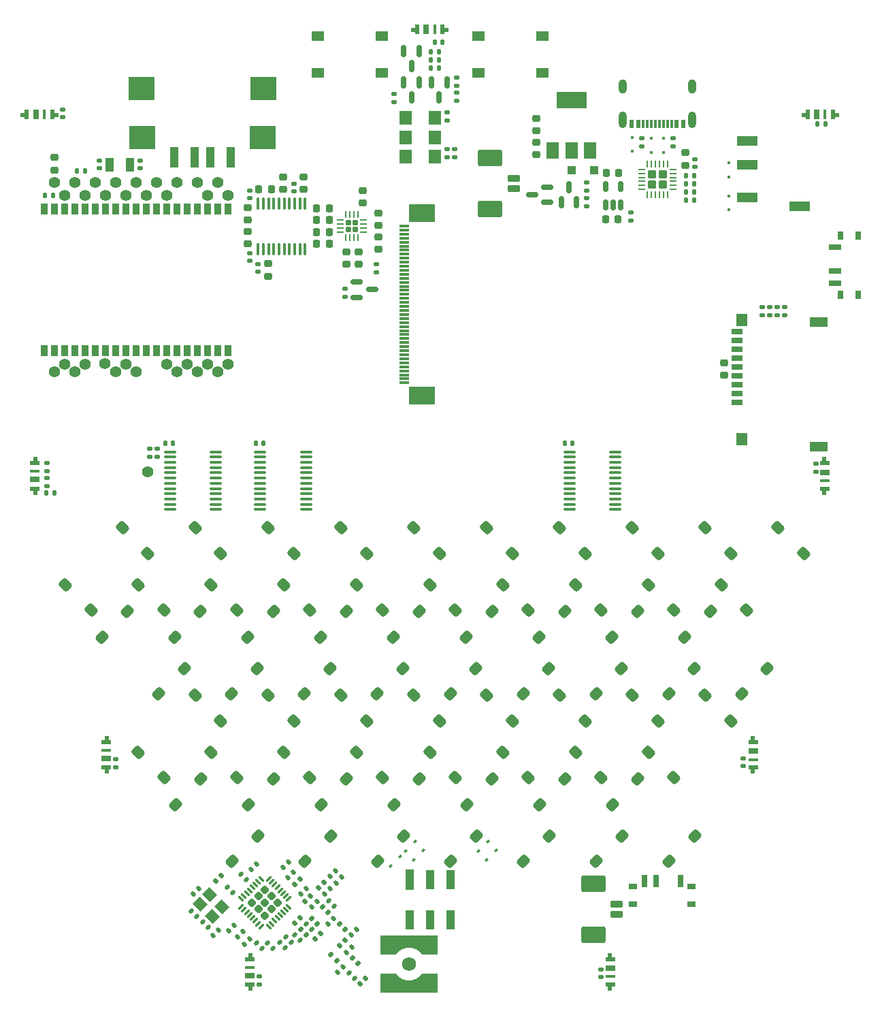
<source format=gbr>
G04 #@! TF.GenerationSoftware,KiCad,Pcbnew,7.99.0-1.20230226git51d46c0.fc37*
G04 #@! TF.CreationDate,2023-03-29T22:07:46+01:00*
G04 #@! TF.ProjectId,tr23-badge-r1,74723233-2d62-4616-9467-652d72312e6b,rev?*
G04 #@! TF.SameCoordinates,Original*
G04 #@! TF.FileFunction,Paste,Bot*
G04 #@! TF.FilePolarity,Positive*
%FSLAX46Y46*%
G04 Gerber Fmt 4.6, Leading zero omitted, Abs format (unit mm)*
G04 Created by KiCad (PCBNEW 7.99.0-1.20230226git51d46c0.fc37) date 2023-03-29 22:07:46*
%MOMM*%
%LPD*%
G01*
G04 APERTURE LIST*
G04 Aperture macros list*
%AMRoundRect*
0 Rectangle with rounded corners*
0 $1 Rounding radius*
0 $2 $3 $4 $5 $6 $7 $8 $9 X,Y pos of 4 corners*
0 Add a 4 corners polygon primitive as box body*
4,1,4,$2,$3,$4,$5,$6,$7,$8,$9,$2,$3,0*
0 Add four circle primitives for the rounded corners*
1,1,$1+$1,$2,$3*
1,1,$1+$1,$4,$5*
1,1,$1+$1,$6,$7*
1,1,$1+$1,$8,$9*
0 Add four rect primitives between the rounded corners*
20,1,$1+$1,$2,$3,$4,$5,0*
20,1,$1+$1,$4,$5,$6,$7,0*
20,1,$1+$1,$6,$7,$8,$9,0*
20,1,$1+$1,$8,$9,$2,$3,0*%
%AMRotRect*
0 Rectangle, with rotation*
0 The origin of the aperture is its center*
0 $1 length*
0 $2 width*
0 $3 Rotation angle, in degrees counterclockwise*
0 Add horizontal line*
21,1,$1,$2,0,0,$3*%
%AMFreePoly0*
4,1,9,0.275000,-0.600000,-0.275000,-0.600000,-0.275000,-0.350000,-0.725000,-0.350000,-0.725000,0.200000,-0.275000,0.200000,-0.275000,0.600000,0.275000,0.600000,0.275000,-0.600000,0.275000,-0.600000,$1*%
%AMFreePoly1*
4,1,9,0.275000,0.200000,0.725000,0.200000,0.725000,-0.350000,0.275000,-0.350000,0.275000,-0.600000,-0.275000,-0.600000,-0.275000,0.600000,0.275000,0.600000,0.275000,0.200000,0.275000,0.200000,$1*%
%AMFreePoly2*
4,1,25,3.555000,-1.595000,1.645000,-1.595000,1.500000,-1.420000,1.360000,-1.280000,1.205000,-1.155000,1.035000,-1.045000,0.860000,-0.950000,0.675000,-0.875000,0.480000,-0.820000,0.280000,-0.780000,0.085000,-0.765000,-0.085000,-0.765000,-0.280000,-0.780000,-0.480000,-0.820000,-0.675000,-0.875000,-0.860000,-0.950000,-1.035000,-1.045000,-1.205000,-1.155000,-1.360000,-1.280000,-1.500000,-1.420000,
-1.645000,-1.595000,-3.555000,-1.595000,-3.555000,0.755000,3.555000,0.755000,3.555000,-1.595000,3.555000,-1.595000,$1*%
G04 Aperture macros list end*
%ADD10C,1.400000*%
%ADD11RoundRect,0.225000X-0.250000X0.225000X-0.250000X-0.225000X0.250000X-0.225000X0.250000X0.225000X0*%
%ADD12R,1.500000X1.800000*%
%ADD13RoundRect,0.150000X-0.150000X0.587500X-0.150000X-0.587500X0.150000X-0.587500X0.150000X0.587500X0*%
%ADD14RoundRect,0.135000X-0.135000X-0.185000X0.135000X-0.185000X0.135000X0.185000X-0.135000X0.185000X0*%
%ADD15RoundRect,0.135000X0.135000X0.185000X-0.135000X0.185000X-0.135000X-0.185000X0.135000X-0.185000X0*%
%ADD16RoundRect,0.135000X-0.185000X0.135000X-0.185000X-0.135000X0.185000X-0.135000X0.185000X0.135000X0*%
%ADD17RoundRect,0.135000X0.185000X-0.135000X0.185000X0.135000X-0.185000X0.135000X-0.185000X-0.135000X0*%
%ADD18RoundRect,0.150000X0.150000X-0.587500X0.150000X0.587500X-0.150000X0.587500X-0.150000X-0.587500X0*%
%ADD19RoundRect,0.225000X0.250000X-0.225000X0.250000X0.225000X-0.250000X0.225000X-0.250000X-0.225000X0*%
%ADD20RoundRect,0.225000X-0.225000X-0.250000X0.225000X-0.250000X0.225000X0.250000X-0.225000X0.250000X0*%
%ADD21RoundRect,0.150000X0.150000X-0.512500X0.150000X0.512500X-0.150000X0.512500X-0.150000X-0.512500X0*%
%ADD22RoundRect,0.140000X-0.170000X0.140000X-0.170000X-0.140000X0.170000X-0.140000X0.170000X0.140000X0*%
%ADD23R,0.620000X1.100000*%
%ADD24R,0.300000X1.100000*%
%ADD25O,1.000000X2.100000*%
%ADD26O,1.000000X1.800000*%
%ADD27R,1.000000X1.800000*%
%ADD28RoundRect,0.140000X0.170000X-0.140000X0.170000X0.140000X-0.170000X0.140000X-0.170000X-0.140000X0*%
%ADD29R,1.550000X1.300000*%
%ADD30FreePoly0,270.000000*%
%ADD31R,1.200000X0.700000*%
%ADD32R,1.200000X0.450000*%
%ADD33FreePoly1,270.000000*%
%ADD34FreePoly0,0.000000*%
%ADD35R,0.700000X1.200000*%
%ADD36R,0.450000X1.200000*%
%ADD37FreePoly1,0.000000*%
%ADD38FreePoly0,90.000000*%
%ADD39FreePoly1,90.000000*%
%ADD40R,0.800000X1.000000*%
%ADD41R,1.500000X0.700000*%
%ADD42RoundRect,0.140000X0.140000X0.170000X-0.140000X0.170000X-0.140000X-0.170000X0.140000X-0.170000X0*%
%ADD43R,0.350000X0.400000*%
%ADD44R,0.930000X1.450000*%
%ADD45RoundRect,0.200000X0.600000X-0.200000X0.600000X0.200000X-0.600000X0.200000X-0.600000X-0.200000X0*%
%ADD46RoundRect,0.250001X1.249999X-0.799999X1.249999X0.799999X-1.249999X0.799999X-1.249999X-0.799999X0*%
%ADD47RoundRect,0.140000X0.021213X-0.219203X0.219203X-0.021213X-0.021213X0.219203X-0.219203X0.021213X0*%
%ADD48RoundRect,0.140000X-0.219203X-0.021213X-0.021213X-0.219203X0.219203X0.021213X0.021213X0.219203X0*%
%ADD49RoundRect,0.135000X-0.035355X0.226274X-0.226274X0.035355X0.035355X-0.226274X0.226274X-0.035355X0*%
%ADD50RoundRect,0.140000X0.219203X0.021213X0.021213X0.219203X-0.219203X-0.021213X-0.021213X-0.219203X0*%
%ADD51FreePoly2,180.000000*%
%ADD52FreePoly2,0.000000*%
%ADD53C,1.730000*%
%ADD54RoundRect,0.140000X-0.021213X0.219203X-0.219203X0.021213X0.021213X-0.219203X0.219203X-0.021213X0*%
%ADD55RoundRect,0.147500X-0.017678X0.226274X-0.226274X0.017678X0.017678X-0.226274X0.226274X-0.017678X0*%
%ADD56RoundRect,0.147500X-0.226274X-0.017678X-0.017678X-0.226274X0.226274X0.017678X0.017678X0.226274X0*%
%ADD57RoundRect,0.147500X0.017678X-0.226274X0.226274X-0.017678X-0.017678X0.226274X-0.226274X0.017678X0*%
%ADD58RotRect,1.400000X1.200000X135.000000*%
%ADD59RoundRect,0.135000X0.226274X0.035355X0.035355X0.226274X-0.226274X-0.035355X-0.035355X-0.226274X0*%
%ADD60RoundRect,0.232500X-0.328805X0.000000X0.000000X-0.328805X0.328805X0.000000X0.000000X0.328805X0*%
%ADD61RoundRect,0.062500X-0.309359X0.220971X0.220971X-0.309359X0.309359X-0.220971X-0.220971X0.309359X0*%
%ADD62RoundRect,0.062500X-0.309359X-0.220971X-0.220971X-0.309359X0.309359X0.220971X0.220971X0.309359X0*%
%ADD63R,3.800000X2.000000*%
%ADD64R,1.500000X2.000000*%
%ADD65RoundRect,0.250000X-0.300000X-0.300000X0.300000X-0.300000X0.300000X0.300000X-0.300000X0.300000X0*%
%ADD66RotRect,0.400000X0.350000X45.000000*%
%ADD67RoundRect,0.100000X-0.100000X0.637500X-0.100000X-0.637500X0.100000X-0.637500X0.100000X0.637500X0*%
%ADD68RoundRect,0.225000X0.225000X0.250000X-0.225000X0.250000X-0.225000X-0.250000X0.225000X-0.250000X0*%
%ADD69RoundRect,0.172500X-0.172500X-0.172500X0.172500X-0.172500X0.172500X0.172500X-0.172500X0.172500X0*%
%ADD70RoundRect,0.062500X-0.350000X-0.062500X0.350000X-0.062500X0.350000X0.062500X-0.350000X0.062500X0*%
%ADD71RoundRect,0.062500X-0.062500X-0.350000X0.062500X-0.350000X0.062500X0.350000X-0.062500X0.350000X0*%
%ADD72RoundRect,0.135000X0.035355X-0.226274X0.226274X-0.035355X-0.035355X0.226274X-0.226274X0.035355X0*%
%ADD73R,1.400000X0.700000*%
%ADD74R,2.200000X1.200000*%
%ADD75R,1.400000X1.600000*%
%ADD76RoundRect,0.140000X-0.140000X-0.170000X0.140000X-0.170000X0.140000X0.170000X-0.140000X0.170000X0*%
%ADD77RoundRect,0.100000X0.637500X0.100000X-0.637500X0.100000X-0.637500X-0.100000X0.637500X-0.100000X0*%
%ADD78RoundRect,0.135000X0.134997X0.185002X-0.135003X0.184998X-0.134997X-0.185002X0.135003X-0.184998X0*%
%ADD79RoundRect,0.250000X-0.275000X0.275000X-0.275000X-0.275000X0.275000X-0.275000X0.275000X0.275000X0*%
%ADD80RoundRect,0.062500X-0.062500X0.350000X-0.062500X-0.350000X0.062500X-0.350000X0.062500X0.350000X0*%
%ADD81RoundRect,0.062500X-0.350000X0.062500X-0.350000X-0.062500X0.350000X-0.062500X0.350000X0.062500X0*%
%ADD82RoundRect,0.150000X0.587500X0.150000X-0.587500X0.150000X-0.587500X-0.150000X0.587500X-0.150000X0*%
%ADD83R,3.250000X3.000000*%
%ADD84R,1.000000X2.500000*%
%ADD85R,2.500000X1.200000*%
%ADD86RoundRect,0.300000X0.106066X-0.530330X0.530330X-0.106066X-0.106066X0.530330X-0.530330X0.106066X0*%
%ADD87R,1.000000X2.450000*%
%ADD88RoundRect,0.300000X0.530330X0.106066X0.106066X0.530330X-0.530330X-0.106066X-0.106066X-0.530330X0*%
%ADD89RoundRect,0.150000X-0.587500X-0.150000X0.587500X-0.150000X0.587500X0.150000X-0.587500X0.150000X0*%
%ADD90R,1.200000X0.300000*%
%ADD91R,3.300000X2.200000*%
%ADD92R,1.000000X0.800000*%
%ADD93R,0.700000X1.500000*%
G04 APERTURE END LIST*
D10*
G04 #@! TO.C,TP7*
X-28935000Y118465000D03*
G04 #@! TD*
D11*
G04 #@! TO.C,C9*
X13250000Y124925000D03*
X13250000Y126475000D03*
G04 #@! TD*
D12*
G04 #@! TO.C,D1*
X599999Y121699999D03*
X-2999999Y121699999D03*
G04 #@! TD*
D13*
G04 #@! TO.C,Q1*
X1150000Y129062500D03*
X2100000Y130937500D03*
X200000Y130937500D03*
G04 #@! TD*
G04 #@! TO.C,Q2*
X-2300000Y129062500D03*
X-1350000Y130937500D03*
X-3250000Y130937500D03*
G04 #@! TD*
D14*
G04 #@! TO.C,R3*
X1110000Y134700000D03*
X90000Y134700000D03*
G04 #@! TD*
D15*
G04 #@! TO.C,R1*
X90000Y132700000D03*
X1110000Y132700000D03*
G04 #@! TD*
D14*
G04 #@! TO.C,R2*
X1110000Y133700000D03*
X90000Y133700000D03*
G04 #@! TD*
D16*
G04 #@! TO.C,R4*
X-33950000Y84390000D03*
X-33950000Y85410000D03*
G04 #@! TD*
D12*
G04 #@! TO.C,D4*
X599999Y126499999D03*
X-2999999Y126499999D03*
G04 #@! TD*
D10*
G04 #@! TO.C,TP16*
X-44175000Y94935000D03*
G04 #@! TD*
G04 #@! TO.C,TP17*
X-42905000Y95905000D03*
G04 #@! TD*
G04 #@! TO.C,TP1*
X-45445000Y116895000D03*
G04 #@! TD*
G04 #@! TO.C,TP2*
X-31475000Y94935000D03*
G04 #@! TD*
G04 #@! TO.C,TP3*
X-30205000Y95905000D03*
G04 #@! TD*
G04 #@! TO.C,TP4*
X-32745000Y95905000D03*
G04 #@! TD*
G04 #@! TO.C,TP5*
X-36555000Y94935000D03*
G04 #@! TD*
G04 #@! TO.C,TP6*
X-31475000Y118465000D03*
G04 #@! TD*
G04 #@! TO.C,TP8*
X-32745000Y116895000D03*
G04 #@! TD*
G04 #@! TO.C,TP9*
X-28935000Y94935000D03*
G04 #@! TD*
G04 #@! TO.C,TP10*
X-37825000Y95905000D03*
G04 #@! TD*
G04 #@! TO.C,TP11*
X-39095000Y94935000D03*
G04 #@! TD*
G04 #@! TO.C,TP12*
X-40435000Y95935000D03*
G04 #@! TD*
G04 #@! TO.C,TP13*
X-45445000Y95905000D03*
G04 #@! TD*
G04 #@! TO.C,TP14*
X-46715000Y94935000D03*
G04 #@! TD*
G04 #@! TO.C,TP15*
X-36555000Y118465000D03*
G04 #@! TD*
G04 #@! TO.C,TP18*
X-26395000Y94935000D03*
G04 #@! TD*
G04 #@! TO.C,TP19*
X-27665000Y95905000D03*
G04 #@! TD*
G04 #@! TO.C,TP20*
X-27665000Y116895000D03*
G04 #@! TD*
G04 #@! TO.C,TP21*
X-26395000Y118465000D03*
G04 #@! TD*
G04 #@! TO.C,TP22*
X-25125000Y116895000D03*
G04 #@! TD*
G04 #@! TO.C,TP23*
X-25125000Y95905000D03*
G04 #@! TD*
G04 #@! TO.C,TP24*
X-42905000Y116895000D03*
G04 #@! TD*
G04 #@! TO.C,TP25*
X-44175000Y118465000D03*
G04 #@! TD*
G04 #@! TO.C,TP26*
X-40365000Y116895000D03*
G04 #@! TD*
G04 #@! TO.C,TP27*
X-41635000Y118465000D03*
G04 #@! TD*
G04 #@! TO.C,TP28*
X-37825000Y116895000D03*
G04 #@! TD*
G04 #@! TO.C,TP29*
X-39095000Y118465000D03*
G04 #@! TD*
G04 #@! TO.C,TP30*
X-34015000Y118465000D03*
G04 #@! TD*
G04 #@! TO.C,TP31*
X-35285000Y116895000D03*
G04 #@! TD*
G04 #@! TO.C,TP32*
X-46715000Y118465000D03*
G04 #@! TD*
D12*
G04 #@! TO.C,D2*
X599999Y124099999D03*
X-2999999Y124099999D03*
G04 #@! TD*
D17*
G04 #@! TO.C,R6*
X-4500000Y129510000D03*
X-4500000Y128490000D03*
G04 #@! TD*
D18*
G04 #@! TO.C,Q5*
X17310000Y117897500D03*
X16360000Y116022500D03*
X18260000Y116022500D03*
G04 #@! TD*
D19*
G04 #@! TO.C,C8*
X13250000Y123475000D03*
X13250000Y121925000D03*
G04 #@! TD*
D16*
G04 #@! TO.C,R10*
X3050000Y121590000D03*
X3050000Y122610000D03*
G04 #@! TD*
G04 #@! TO.C,R8*
X25000000Y113740000D03*
X25000000Y114760000D03*
G04 #@! TD*
D20*
G04 #@! TO.C,C7*
X23385000Y113910000D03*
X21835000Y113910000D03*
G04 #@! TD*
G04 #@! TO.C,C6*
X23485000Y119710000D03*
X21935000Y119710000D03*
G04 #@! TD*
D21*
G04 #@! TO.C,U1*
X23760000Y117947500D03*
X21860000Y117947500D03*
X21860000Y115672500D03*
X22810000Y115672500D03*
X23760000Y115672500D03*
G04 #@! TD*
D16*
G04 #@! TO.C,R13*
X2100000Y126190000D03*
X2100000Y127210000D03*
G04 #@! TD*
D17*
G04 #@! TO.C,R12*
X19510000Y118470000D03*
X19510000Y117450000D03*
G04 #@! TD*
D16*
G04 #@! TO.C,R9*
X2100000Y121590000D03*
X2100000Y122610000D03*
G04 #@! TD*
G04 #@! TO.C,R11*
X19510000Y115550000D03*
X19510000Y116570000D03*
G04 #@! TD*
G04 #@! TO.C,R5*
X-34900000Y84390000D03*
X-34900000Y85410000D03*
G04 #@! TD*
D22*
G04 #@! TO.C,C5*
X3350000Y128670000D03*
X3350000Y129630000D03*
G04 #@! TD*
D23*
G04 #@! TO.C,J2*
X25099999Y125749999D03*
X25899999Y125749999D03*
D24*
X27049999Y125749999D03*
X28049999Y125749999D03*
X28549999Y125749999D03*
X26549999Y125749999D03*
D23*
X31499999Y125749999D03*
X30699999Y125749999D03*
D24*
X30049999Y125749999D03*
X29049999Y125749998D03*
X27549999Y125749999D03*
X29549999Y125749999D03*
D25*
X23979999Y126299999D03*
D26*
X23979999Y130449999D03*
D25*
X32619999Y126299999D03*
D26*
X32619999Y130449999D03*
G04 #@! TD*
D14*
G04 #@! TO.C,R17*
X32910000Y118300000D03*
X31890000Y118300000D03*
G04 #@! TD*
D15*
G04 #@! TO.C,R16*
X31890000Y119300000D03*
X32910000Y119300000D03*
G04 #@! TD*
D27*
G04 #@! TO.C,Y1*
X-37349999Y120699999D03*
X-39849999Y120699999D03*
G04 #@! TD*
D28*
G04 #@! TO.C,C31*
X-47650000Y83580000D03*
X-47650000Y82620000D03*
G04 #@! TD*
D22*
G04 #@! TO.C,C32*
X-39100000Y45770000D03*
X-39100000Y46730000D03*
G04 #@! TD*
G04 #@! TO.C,C33*
X-21200000Y18770000D03*
X-21200000Y19730000D03*
G04 #@! TD*
D28*
G04 #@! TO.C,C36*
X48000000Y83480000D03*
X48000000Y82520000D03*
G04 #@! TD*
D16*
G04 #@! TO.C,R21*
X-47650000Y80740000D03*
X-47650000Y81760000D03*
G04 #@! TD*
D22*
G04 #@! TO.C,C34*
X21250000Y19670000D03*
X21250000Y20630000D03*
G04 #@! TD*
D29*
G04 #@! TO.C,S1*
X-6019999Y136649999D03*
X-13979999Y136649999D03*
X-13979999Y132149999D03*
X-6019999Y132149999D03*
G04 #@! TD*
D22*
G04 #@! TO.C,C35*
X38950000Y45890000D03*
X38950000Y46850000D03*
G04 #@! TD*
D30*
G04 #@! TO.C,LED6*
X49150000Y83575000D03*
D31*
X49149999Y82449999D03*
D32*
X49149999Y81424999D03*
D33*
X49150000Y80425000D03*
G04 #@! TD*
D34*
G04 #@! TO.C,LED8*
X-1575000Y137550000D03*
D35*
X-449999Y137549999D03*
D36*
X574999Y137549999D03*
D37*
X1575000Y137550000D03*
G04 #@! TD*
D38*
G04 #@! TO.C,LED1*
X-49150000Y80425000D03*
D31*
X-49149999Y81549999D03*
D32*
X-49149999Y82574999D03*
D39*
X-49150000Y83575000D03*
G04 #@! TD*
D38*
G04 #@! TO.C,LED3*
X-22450000Y18725000D03*
D31*
X-22449999Y19849999D03*
D32*
X-22449999Y20874999D03*
D39*
X-22450000Y21875000D03*
G04 #@! TD*
D30*
G04 #@! TO.C,LED4*
X22450000Y21875000D03*
D31*
X22449999Y20749999D03*
D32*
X22449999Y19724999D03*
D33*
X22450000Y18725000D03*
G04 #@! TD*
D34*
G04 #@! TO.C,LED7*
X47000000Y126950000D03*
D35*
X48124999Y126949999D03*
D36*
X49149999Y126949999D03*
D37*
X50150000Y126950000D03*
G04 #@! TD*
D40*
G04 #@! TO.C,S3*
X51039999Y104549999D03*
X53249999Y111849999D03*
X53249999Y104549999D03*
X51039999Y111849999D03*
D41*
X50389999Y110449999D03*
X50389999Y107449999D03*
X50389999Y105949999D03*
G04 #@! TD*
D42*
G04 #@! TO.C,C3*
X-47880000Y116900000D03*
X-46920000Y116900000D03*
G04 #@! TD*
D43*
G04 #@! TO.C,D8*
X37199999Y119199999D03*
X37199999Y120899999D03*
G04 #@! TD*
G04 #@! TO.C,D9*
X37199999Y115099999D03*
X37199999Y116799999D03*
G04 #@! TD*
D22*
G04 #@! TO.C,C1*
X-41140000Y120220000D03*
X-41140000Y121180000D03*
G04 #@! TD*
D44*
G04 #@! TO.C,A1*
X-47984999Y97589999D03*
X-46714999Y97589999D03*
X-45444999Y97589999D03*
X-44174999Y97589999D03*
X-42904999Y97589999D03*
X-41634999Y97589999D03*
X-40364999Y97589999D03*
X-39094999Y97589999D03*
X-37824999Y97589999D03*
X-36554999Y97589999D03*
X-35284999Y97589999D03*
X-34014999Y97589999D03*
X-32744999Y97589999D03*
X-31474999Y97589999D03*
X-30204999Y97589999D03*
X-28934999Y97589999D03*
X-27664999Y97589999D03*
X-26394999Y97589999D03*
X-25124999Y97589999D03*
X-25124999Y115209999D03*
X-26394999Y115209999D03*
X-27664999Y115209999D03*
X-28934999Y115209999D03*
X-30204999Y115209999D03*
X-31474999Y115209999D03*
X-32744999Y115209999D03*
X-34014999Y115209999D03*
X-35284999Y115209999D03*
X-36554999Y115209999D03*
X-37824999Y115209999D03*
X-39094999Y115209999D03*
X-40364999Y115209999D03*
X-41634999Y115209999D03*
X-42904999Y115209999D03*
X-44174999Y115209999D03*
X-45444999Y115209999D03*
X-46714999Y115209999D03*
X-47984999Y115209999D03*
G04 #@! TD*
D28*
G04 #@! TO.C,C2*
X-36060000Y121180000D03*
X-36060000Y120220000D03*
G04 #@! TD*
D45*
G04 #@! TO.C,J1*
X10400000Y117750000D03*
X10400000Y119000000D03*
D46*
X7500000Y115200000D03*
X7500000Y121550000D03*
G04 #@! TD*
D47*
G04 #@! TO.C,C43*
X-28731999Y30707857D03*
X-29410821Y30029035D03*
G04 #@! TD*
D48*
G04 #@! TO.C,C41*
X-28987557Y27242558D03*
X-29666379Y27921380D03*
G04 #@! TD*
D47*
G04 #@! TO.C,C62*
X-17011087Y32712631D03*
X-17689909Y32033809D03*
G04 #@! TD*
D49*
G04 #@! TO.C,R29*
X-13887230Y30753663D03*
X-13165982Y31474911D03*
G04 #@! TD*
D47*
G04 #@! TO.C,C65*
X-21592715Y33752644D03*
X-22271537Y33073822D03*
G04 #@! TD*
D50*
G04 #@! TO.C,C66*
X-23555713Y32504388D03*
X-22876891Y31825566D03*
G04 #@! TD*
D51*
G04 #@! TO.C,J8*
X-2582328Y18463378D03*
D52*
X-2582328Y24063378D03*
D53*
X-2582328Y21263378D03*
G04 #@! TD*
D47*
G04 #@! TO.C,C68*
X-17596501Y33959189D03*
X-18275323Y33280367D03*
G04 #@! TD*
D54*
G04 #@! TO.C,C50*
X-14710161Y28386128D03*
X-14031339Y29064950D03*
G04 #@! TD*
G04 #@! TO.C,C60*
X-23061799Y23734355D03*
X-22382977Y24413177D03*
G04 #@! TD*
G04 #@! TO.C,C53*
X-25001535Y25458564D03*
X-24322713Y26137386D03*
G04 #@! TD*
G04 #@! TO.C,C67*
X-11522170Y20258996D03*
X-10843348Y20937818D03*
G04 #@! TD*
D50*
G04 #@! TO.C,C42*
X-28274900Y26512860D03*
X-27596078Y25834038D03*
G04 #@! TD*
D47*
G04 #@! TO.C,C59*
X-15369397Y30726297D03*
X-16048219Y30047475D03*
G04 #@! TD*
G04 #@! TO.C,C46*
X-11786275Y32854618D03*
X-12465097Y32175796D03*
G04 #@! TD*
D54*
G04 #@! TO.C,C61*
X-10354737Y22701626D03*
X-9675915Y23380448D03*
G04 #@! TD*
D55*
G04 #@! TO.C,L8*
X-11211397Y23533254D03*
X-10525503Y24219148D03*
G04 #@! TD*
G04 #@! TO.C,L1*
X-15592947Y29057053D03*
X-14907053Y29742947D03*
G04 #@! TD*
D56*
G04 #@! TO.C,L2*
X-15401782Y24889272D03*
X-16087676Y25575166D03*
G04 #@! TD*
D54*
G04 #@! TO.C,C58*
X-9842862Y24901788D03*
X-9164040Y25580610D03*
G04 #@! TD*
D47*
G04 #@! TO.C,C55*
X-11983841Y26981530D03*
X-12662663Y26302708D03*
G04 #@! TD*
D48*
G04 #@! TO.C,C56*
X-20860589Y23260589D03*
X-21539411Y23939411D03*
G04 #@! TD*
D57*
G04 #@! TO.C,L3*
X-16174084Y27012007D03*
X-16859978Y26326113D03*
G04 #@! TD*
D56*
G04 #@! TO.C,L5*
X-12680765Y27718053D03*
X-13366659Y28403947D03*
G04 #@! TD*
D47*
G04 #@! TO.C,C45*
X-11013973Y32082316D03*
X-11692795Y31403494D03*
G04 #@! TD*
D48*
G04 #@! TO.C,C69*
X-9370586Y19468733D03*
X-10049408Y20147555D03*
G04 #@! TD*
D49*
G04 #@! TO.C,R27*
X-16868675Y31166755D03*
X-16147427Y31888003D03*
G04 #@! TD*
D58*
G04 #@! TO.C,Y2*
X-25859841Y28391985D03*
X-27415476Y29947620D03*
X-28617557Y28745539D03*
X-27061922Y27189904D03*
G04 #@! TD*
D48*
G04 #@! TO.C,C44*
X-19545216Y23267382D03*
X-20224038Y23946204D03*
G04 #@! TD*
D55*
G04 #@! TO.C,L9*
X-8723866Y18800659D03*
X-8037972Y19486553D03*
G04 #@! TD*
D59*
G04 #@! TO.C,R30*
X-9640773Y22078162D03*
X-8919525Y21356914D03*
G04 #@! TD*
D50*
G04 #@! TO.C,C64*
X-25208081Y30852021D03*
X-24529259Y30173199D03*
G04 #@! TD*
D59*
G04 #@! TO.C,R31*
X-12335343Y22433490D03*
X-11614095Y21712242D03*
G04 #@! TD*
D60*
G04 #@! TO.C,U9*
X-21344379Y29736277D03*
X-19718033Y29736277D03*
X-20531206Y28923104D03*
X-19718033Y28109931D03*
X-20531206Y30549450D03*
X-18904860Y28923104D03*
X-22157552Y28923104D03*
X-21344379Y28109931D03*
X-20531206Y27296758D03*
D61*
X-23492216Y29409240D03*
X-23138662Y29762793D03*
X-22785109Y30116347D03*
X-22431555Y30469900D03*
X-22078002Y30823453D03*
X-21724449Y31177007D03*
X-21370895Y31530560D03*
X-21017342Y31884114D03*
D62*
X-20045070Y31884114D03*
X-19691517Y31530560D03*
X-19337963Y31177007D03*
X-18984410Y30823453D03*
X-18630857Y30469900D03*
X-18277303Y30116347D03*
X-17923750Y29762793D03*
X-17570196Y29409240D03*
D61*
X-17570196Y28436968D03*
X-17923750Y28083415D03*
X-18277303Y27729861D03*
X-18630857Y27376308D03*
X-18984410Y27022755D03*
X-19337963Y26669201D03*
X-19691517Y26315648D03*
X-20045070Y25962094D03*
D62*
X-21017342Y25962094D03*
X-21370895Y26315648D03*
X-21724449Y26669201D03*
X-22078002Y27022755D03*
X-22431555Y27376308D03*
X-22785109Y27729861D03*
X-23138662Y28083415D03*
X-23492216Y28436968D03*
G04 #@! TD*
D48*
G04 #@! TO.C,C49*
X-16110589Y24210589D03*
X-16789411Y24889411D03*
G04 #@! TD*
D56*
G04 #@! TO.C,L6*
X-10570405Y25625653D03*
X-11256299Y26311547D03*
G04 #@! TD*
D50*
G04 #@! TO.C,C52*
X-12626742Y29136792D03*
X-11947920Y28457970D03*
G04 #@! TD*
D54*
G04 #@! TO.C,C57*
X-26964559Y24860539D03*
X-26285737Y25539361D03*
G04 #@! TD*
D57*
G04 #@! TO.C,L4*
X-13614711Y25135134D03*
X-14300605Y24449240D03*
G04 #@! TD*
D48*
G04 #@! TO.C,C51*
X-17982652Y23321263D03*
X-18661474Y24000085D03*
G04 #@! TD*
D54*
G04 #@! TO.C,C47*
X-13093715Y30002574D03*
X-12414893Y30681396D03*
G04 #@! TD*
G04 #@! TO.C,C48*
X-23959825Y24704223D03*
X-23281003Y25383045D03*
G04 #@! TD*
D48*
G04 #@! TO.C,C63*
X-17283889Y24023420D03*
X-17962711Y24702242D03*
G04 #@! TD*
G04 #@! TO.C,C54*
X-14731799Y25566327D03*
X-15410621Y26245149D03*
G04 #@! TD*
D16*
G04 #@! TO.C,R23*
X42250000Y102000000D03*
X42250000Y103020000D03*
G04 #@! TD*
G04 #@! TO.C,R24*
X41300000Y101990000D03*
X41300000Y103010000D03*
G04 #@! TD*
G04 #@! TO.C,R22*
X43200000Y101990000D03*
X43200000Y103010000D03*
G04 #@! TD*
D19*
G04 #@! TO.C,C37*
X36600000Y96075000D03*
X36600000Y94525000D03*
G04 #@! TD*
D56*
G04 #@! TO.C,L7*
X-14057053Y26257053D03*
X-14742947Y26942947D03*
G04 #@! TD*
D16*
G04 #@! TO.C,R25*
X44150000Y101990000D03*
X44150000Y103010000D03*
G04 #@! TD*
D63*
G04 #@! TO.C,U2*
X17599999Y128749999D03*
D64*
X15299999Y122449999D03*
X17599999Y122449999D03*
X19899999Y122449999D03*
G04 #@! TD*
D29*
G04 #@! TO.C,S2*
X6019999Y132149999D03*
X13979999Y132149999D03*
X13979999Y136649999D03*
X6019999Y136649999D03*
G04 #@! TD*
D16*
G04 #@! TO.C,R7*
X3350000Y130490000D03*
X3350000Y131510000D03*
G04 #@! TD*
D13*
G04 #@! TO.C,Q3*
X-2300000Y132962500D03*
X-1350000Y134837500D03*
X-3250000Y134837500D03*
G04 #@! TD*
D65*
G04 #@! TO.C,D3*
X20400000Y120050000D03*
X17600000Y120050000D03*
G04 #@! TD*
D66*
G04 #@! TO.C,D13*
X-798958Y35451040D03*
X-2001040Y34248958D03*
G04 #@! TD*
G04 #@! TO.C,D14*
X-3699999Y34649999D03*
X-4902081Y33447917D03*
G04 #@! TD*
G04 #@! TO.C,D11*
X7201040Y36501040D03*
X5998958Y35298958D03*
G04 #@! TD*
G04 #@! TO.C,D12*
X8251040Y35451040D03*
X7048958Y34248958D03*
G04 #@! TD*
D20*
G04 #@! TO.C,C16*
X-19725000Y117650000D03*
X-21275000Y117650000D03*
G04 #@! TD*
D19*
G04 #@! TO.C,C17*
X-15700000Y119175000D03*
X-15700000Y117625000D03*
G04 #@! TD*
D22*
G04 #@! TO.C,C18*
X-21402200Y107372800D03*
X-21402200Y108332800D03*
G04 #@! TD*
D19*
G04 #@! TO.C,C15*
X-18250000Y119175000D03*
X-18250000Y117625000D03*
G04 #@! TD*
D11*
G04 #@! TO.C,C20*
X-20132200Y106823800D03*
X-20132200Y108373800D03*
G04 #@! TD*
D28*
G04 #@! TO.C,C14*
X-16900000Y118330000D03*
X-16900000Y117370000D03*
G04 #@! TD*
G04 #@! TO.C,C12*
X-22450000Y117480000D03*
X-22450000Y116520000D03*
G04 #@! TD*
D67*
G04 #@! TO.C,U4*
X-21380800Y110171900D03*
X-20730800Y110171900D03*
X-20080800Y110171900D03*
X-19430800Y110171900D03*
X-18780800Y110171900D03*
X-18130800Y110171900D03*
X-17480800Y110171900D03*
X-16830800Y110171900D03*
X-16180800Y110171900D03*
X-15530800Y110171900D03*
X-15530800Y115896900D03*
X-16180800Y115896900D03*
X-16830800Y115896900D03*
X-17480800Y115896900D03*
X-18130800Y115896900D03*
X-18780800Y115896900D03*
X-19430800Y115896900D03*
X-20080800Y115896900D03*
X-20730800Y115896900D03*
X-21380800Y115896900D03*
G04 #@! TD*
D19*
G04 #@! TO.C,C4*
X-46750000Y121575000D03*
X-46750000Y120025000D03*
G04 #@! TD*
D11*
G04 #@! TO.C,C26*
X-8886800Y108287200D03*
X-8886800Y109837200D03*
G04 #@! TD*
G04 #@! TO.C,C27*
X-10360000Y108287200D03*
X-10360000Y109837200D03*
G04 #@! TD*
G04 #@! TO.C,C13*
X-22700000Y113825000D03*
X-22700000Y115375000D03*
G04 #@! TD*
D22*
G04 #@! TO.C,C19*
X-22450000Y108720000D03*
X-22450000Y109680000D03*
G04 #@! TD*
D19*
G04 #@! TO.C,C21*
X-22700000Y112375000D03*
X-22700000Y110825000D03*
G04 #@! TD*
D68*
G04 #@! TO.C,C22*
X-14100000Y112323200D03*
X-12550000Y112323200D03*
G04 #@! TD*
G04 #@! TO.C,C23*
X-14100000Y110850000D03*
X-12550000Y110850000D03*
G04 #@! TD*
G04 #@! TO.C,C24*
X-14100000Y113821800D03*
X-12550000Y113821800D03*
G04 #@! TD*
G04 #@! TO.C,C25*
X-14100000Y115295000D03*
X-12550000Y115295000D03*
G04 #@! TD*
D19*
G04 #@! TO.C,C28*
X-6450000Y114688600D03*
X-6450000Y113138600D03*
G04 #@! TD*
G04 #@! TO.C,C29*
X-6450000Y111725000D03*
X-6450000Y110175000D03*
G04 #@! TD*
D16*
G04 #@! TO.C,R14*
X26350000Y122990000D03*
X26350000Y124010000D03*
G04 #@! TD*
G04 #@! TO.C,R15*
X30250000Y122990000D03*
X30250000Y124010000D03*
G04 #@! TD*
D69*
G04 #@! TO.C,U5*
X-9300000Y113475000D03*
X-9300000Y112625000D03*
X-10150000Y113475000D03*
X-10150000Y112625000D03*
D70*
X-11187500Y112300000D03*
X-11187500Y112800000D03*
X-11187500Y113300000D03*
X-11187500Y113800000D03*
D71*
X-10475000Y114512500D03*
X-9975000Y114512500D03*
X-9475000Y114512500D03*
X-8975000Y114512500D03*
D70*
X-8262500Y113800000D03*
X-8262500Y113300000D03*
X-8262500Y112800000D03*
X-8262500Y112300000D03*
D71*
X-8975000Y111587500D03*
X-9475000Y111587500D03*
X-9975000Y111587500D03*
X-10475000Y111587500D03*
G04 #@! TD*
D10*
G04 #@! TO.C,TP33*
X-35100000Y82500000D03*
G04 #@! TD*
D66*
G04 #@! TO.C,D10*
X-1847917Y36502081D03*
X-3049999Y35299999D03*
G04 #@! TD*
D72*
G04 #@! TO.C,R28*
X-25939376Y32310624D03*
X-26660624Y31589376D03*
G04 #@! TD*
D14*
G04 #@! TO.C,R18*
X32910000Y117300000D03*
X31890000Y117300000D03*
G04 #@! TD*
D73*
G04 #@! TO.C,J7*
X38199999Y93349999D03*
D74*
X48399999Y85649999D03*
X48399999Y101149999D03*
D75*
X38799999Y86549999D03*
X38799999Y101399999D03*
D73*
X38199999Y92249999D03*
X38199999Y91149999D03*
X38199999Y94449999D03*
X38199999Y95549999D03*
X38199999Y96649999D03*
X38199999Y97749999D03*
X38199999Y98849999D03*
X38199999Y99949999D03*
G04 #@! TD*
D76*
G04 #@! TO.C,C38*
X-31970000Y86050000D03*
X-32930000Y86050000D03*
G04 #@! TD*
D77*
G04 #@! TO.C,U6*
X-32362500Y84975000D03*
X-32362500Y84325000D03*
X-32362500Y83675000D03*
X-32362500Y83025000D03*
X-32362500Y82375000D03*
X-32362500Y81725000D03*
X-32362500Y81075000D03*
X-32362500Y80425000D03*
X-32362500Y79775000D03*
X-32362500Y79125000D03*
X-32362500Y78475000D03*
X-32362500Y77825000D03*
X-26637500Y77825000D03*
X-26637500Y78475000D03*
X-26637500Y79125000D03*
X-26637500Y79775000D03*
X-26637500Y80425000D03*
X-26637500Y81075000D03*
X-26637500Y81725000D03*
X-26637500Y82375000D03*
X-26637500Y83025000D03*
X-26637500Y83675000D03*
X-26637500Y84325000D03*
X-26637500Y84975000D03*
G04 #@! TD*
D14*
G04 #@! TO.C,R26*
X-42940000Y119900000D03*
X-43960000Y119900000D03*
G04 #@! TD*
D78*
G04 #@! TO.C,R19*
X31890000Y116299991D03*
X32910000Y116300009D03*
G04 #@! TD*
D43*
G04 #@! TO.C,D6*
X27549999Y122249999D03*
X27549999Y123949999D03*
G04 #@! TD*
G04 #@! TO.C,D7*
X25149999Y122349999D03*
X25149999Y124049999D03*
G04 #@! TD*
G04 #@! TO.C,D5*
X29049999Y122249999D03*
X29049999Y123949999D03*
G04 #@! TD*
D19*
G04 #@! TO.C,C10*
X31750000Y122175000D03*
X31750000Y120625000D03*
G04 #@! TD*
D28*
G04 #@! TO.C,C11*
X32950000Y121380000D03*
X32950000Y120420000D03*
G04 #@! TD*
D79*
G04 #@! TO.C,U3*
X28950000Y119512500D03*
X27650000Y119512500D03*
X27650000Y118212500D03*
X28950000Y118212500D03*
D80*
X27050000Y120800000D03*
X27550000Y120800000D03*
X28050000Y120800000D03*
X28550000Y120800000D03*
X29050000Y120800000D03*
X29550000Y120800000D03*
D81*
X30237500Y120112500D03*
X30237500Y119612500D03*
X30237500Y119112500D03*
X30237500Y118612500D03*
X30237500Y118112500D03*
X30237500Y117612500D03*
D80*
X29550000Y116925000D03*
X29050000Y116925000D03*
X28550000Y116925000D03*
X28050000Y116925000D03*
X27550000Y116925000D03*
X27050000Y116925000D03*
D81*
X26362500Y117612500D03*
X26362500Y118112500D03*
X26362500Y118612500D03*
X26362500Y119112500D03*
X26362500Y119612500D03*
X26362500Y120112500D03*
G04 #@! TD*
D82*
G04 #@! TO.C,Q4*
X12722500Y116960000D03*
X14597500Y116010000D03*
X14597500Y117910000D03*
G04 #@! TD*
D83*
G04 #@! TO.C,J3*
X-20699999Y130149999D03*
X-20799999Y124049999D03*
X-35799999Y124049999D03*
X-35899999Y130149999D03*
D84*
X-24799999Y121649999D03*
X-27299999Y121649999D03*
X-29299999Y121649999D03*
X-31799999Y121649999D03*
G04 #@! TD*
D11*
G04 #@! TO.C,C30*
X-8367200Y115915200D03*
X-8367200Y117465200D03*
G04 #@! TD*
D85*
G04 #@! TO.C,J5*
X39499999Y120649999D03*
X39499999Y123649999D03*
X45999999Y115549999D03*
X39499999Y116649999D03*
G04 #@! TD*
D86*
G04 #@! TO.C,SW5*
X27166476Y68460456D03*
X34237544Y75531524D03*
X37419524Y72349544D03*
X30348456Y65278476D03*
G04 #@! TD*
D45*
G04 #@! TO.C,J9*
X23200000Y27500000D03*
X23200000Y28750000D03*
D46*
X20300000Y24950000D03*
X20300000Y31300000D03*
G04 #@! TD*
D86*
G04 #@! TO.C,SW14*
X-21524Y47630456D03*
X7049544Y54701524D03*
X10231524Y51519544D03*
X3160456Y44448476D03*
G04 #@! TD*
G04 #@! TO.C,SW12*
X9042476Y68460456D03*
X16113544Y75531524D03*
X19295524Y72349544D03*
X12224456Y65278476D03*
G04 #@! TD*
D87*
G04 #@! TO.C,J6*
X2546999Y26781999D03*
X2546999Y31781999D03*
X6999Y26781999D03*
X6999Y31781999D03*
X-2532999Y26781999D03*
D84*
X-2532999Y31781999D03*
G04 #@! TD*
D88*
G04 #@! TO.C,SW16*
X2519544Y54858476D03*
X-4551524Y61929544D03*
X-1369544Y65111524D03*
X5701524Y58040456D03*
G04 #@! TD*
G04 #@! TO.C,SW32*
X11649544Y34038476D03*
X4578476Y41109544D03*
X7760456Y44291524D03*
X14831524Y37220456D03*
G04 #@! TD*
D86*
G04 #@! TO.C,SW1*
X36228476Y68460456D03*
X43299544Y75531524D03*
X46481524Y72349544D03*
X39410456Y65278476D03*
G04 #@! TD*
G04 #@! TO.C,SW28*
X-36269524Y47630456D03*
X-29198456Y54701524D03*
X-26016476Y51519544D03*
X-33087544Y44448476D03*
G04 #@! TD*
D38*
G04 #@! TO.C,LED2*
X-40250000Y45725000D03*
D31*
X-40249999Y46849999D03*
D32*
X-40249999Y47874999D03*
D39*
X-40250000Y48875000D03*
G04 #@! TD*
D76*
G04 #@! TO.C,C40*
X-20720000Y86050000D03*
X-21680000Y86050000D03*
G04 #@! TD*
D88*
G04 #@! TO.C,SW21*
X-15536456Y34038476D03*
X-22607524Y41109544D03*
X-19425544Y44291524D03*
X-12354476Y37220456D03*
G04 #@! TD*
D22*
G04 #@! TO.C,C72*
X-45700000Y126620000D03*
X-45700000Y127580000D03*
G04 #@! TD*
D15*
G04 #@! TO.C,R33*
X-47710000Y79850000D03*
X-46690000Y79850000D03*
G04 #@! TD*
D86*
G04 #@! TO.C,SW26*
X-27205524Y68460456D03*
X-20134456Y75531524D03*
X-16952476Y72349544D03*
X-24023544Y65278476D03*
G04 #@! TD*
D89*
G04 #@! TO.C,Q6*
X-7212500Y105150000D03*
X-9087500Y106100000D03*
X-9087500Y104200000D03*
G04 #@! TD*
D86*
G04 #@! TO.C,SW18*
X-9081524Y68460456D03*
X-2010456Y75531524D03*
X1171524Y72349544D03*
X-5899544Y65278476D03*
G04 #@! TD*
G04 #@! TO.C,SW29*
X-36267524Y68460456D03*
X-29196456Y75531524D03*
X-26014476Y72349544D03*
X-33085544Y65278476D03*
G04 #@! TD*
D88*
G04 #@! TO.C,SW34*
X-6474456Y34038476D03*
X-13545524Y41109544D03*
X-10363544Y44291524D03*
X-3292476Y37220456D03*
G04 #@! TD*
D86*
G04 #@! TO.C,SW31*
X-45329524Y68460456D03*
X-38258456Y75531524D03*
X-35076476Y72349544D03*
X-42147544Y65278476D03*
G04 #@! TD*
D88*
G04 #@! TO.C,SW8*
X20711544Y34038476D03*
X13640476Y41109544D03*
X16822456Y44291524D03*
X23893524Y37220456D03*
G04 #@! TD*
G04 #@! TO.C,SW30*
X-33728456Y54858476D03*
X-40799524Y61929544D03*
X-37617544Y65111524D03*
X-30546476Y58040456D03*
G04 #@! TD*
D86*
G04 #@! TO.C,SW9*
X18104476Y68460456D03*
X25175544Y75531524D03*
X28357524Y72349544D03*
X21286456Y65278476D03*
G04 #@! TD*
G04 #@! TO.C,SW20*
X-18145524Y47630456D03*
X-11074456Y54701524D03*
X-7892476Y51519544D03*
X-14963544Y44448476D03*
G04 #@! TD*
G04 #@! TO.C,SW7*
X18102476Y47630456D03*
X25173544Y54701524D03*
X28355524Y51519544D03*
X21284456Y44448476D03*
G04 #@! TD*
D88*
G04 #@! TO.C,SW10*
X20643544Y54858476D03*
X13572476Y61929544D03*
X16754456Y65111524D03*
X23825524Y58040456D03*
G04 #@! TD*
D76*
G04 #@! TO.C,C39*
X17730000Y86050000D03*
X16770000Y86050000D03*
G04 #@! TD*
D88*
G04 #@! TO.C,SW27*
X-24666456Y54858476D03*
X-31737524Y61929544D03*
X-28555544Y65111524D03*
X-21484476Y58040456D03*
G04 #@! TD*
G04 #@! TO.C,SW2*
X38767544Y54858476D03*
X31696476Y61929544D03*
X34878456Y65111524D03*
X41949524Y58040456D03*
G04 #@! TD*
D17*
G04 #@! TO.C,R20*
X-10600000Y105270000D03*
X-10600000Y104250000D03*
G04 #@! TD*
D88*
G04 #@! TO.C,SW23*
X-15604456Y54858476D03*
X-22675524Y61929544D03*
X-19493544Y65111524D03*
X-12422476Y58040456D03*
G04 #@! TD*
D86*
G04 #@! TO.C,SW3*
X27164476Y47630456D03*
X34235544Y54701524D03*
X37417524Y51519544D03*
X30346456Y44448476D03*
G04 #@! TD*
D34*
G04 #@! TO.C,LED9*
X-50150000Y126950000D03*
D35*
X-49024999Y126949999D03*
D36*
X-47999999Y126949999D03*
D37*
X-47000000Y126950000D03*
G04 #@! TD*
D90*
G04 #@! TO.C,J4*
X-3199999Y93564999D03*
X-3199999Y94064999D03*
X-3199999Y94564999D03*
X-3199999Y95064999D03*
X-3199999Y95564999D03*
X-3199999Y96064999D03*
X-3199999Y96564999D03*
X-3199999Y97064999D03*
X-3199999Y97564999D03*
X-3199999Y98064999D03*
X-3199999Y98564999D03*
X-3199999Y99064999D03*
X-3199999Y99564999D03*
X-3199999Y100064999D03*
X-3199999Y100564999D03*
X-3199999Y101064999D03*
X-3199999Y101564999D03*
X-3199999Y102064999D03*
X-3199999Y102564999D03*
X-3199999Y103064999D03*
X-3199999Y103564999D03*
X-3199999Y104064999D03*
X-3199999Y104564999D03*
X-3199999Y105064999D03*
X-3199999Y105564999D03*
X-3199999Y106064999D03*
X-3199999Y106564999D03*
X-3199999Y107064999D03*
X-3199999Y107564999D03*
X-3199999Y108064999D03*
X-3199999Y108564999D03*
X-3199999Y109064999D03*
X-3199999Y109564999D03*
X-3199999Y110064999D03*
X-3199999Y110564999D03*
X-3199999Y111064999D03*
X-3199999Y111564999D03*
X-3199999Y112064999D03*
X-3199999Y112564999D03*
X-3199999Y113064999D03*
D91*
X-1029999Y114664999D03*
X-1029999Y91964999D03*
G04 #@! TD*
D30*
G04 #@! TO.C,LED5*
X40250000Y48875000D03*
D31*
X40249999Y47749999D03*
D32*
X40249999Y46724999D03*
D33*
X40250000Y45725000D03*
G04 #@! TD*
D88*
G04 #@! TO.C,SW13*
X11581544Y54858476D03*
X4510476Y61929544D03*
X7692456Y65111524D03*
X14763524Y58040456D03*
G04 #@! TD*
D77*
G04 #@! TO.C,U7*
X17337500Y84975000D03*
X17337500Y84325000D03*
X17337500Y83675000D03*
X17337500Y83025000D03*
X17337500Y82375000D03*
X17337500Y81725000D03*
X17337500Y81075000D03*
X17337500Y80425000D03*
X17337500Y79775000D03*
X17337500Y79125000D03*
X17337500Y78475000D03*
X17337500Y77825000D03*
X23062500Y77825000D03*
X23062500Y78475000D03*
X23062500Y79125000D03*
X23062500Y79775000D03*
X23062500Y80425000D03*
X23062500Y81075000D03*
X23062500Y81725000D03*
X23062500Y82375000D03*
X23062500Y83025000D03*
X23062500Y83675000D03*
X23062500Y84325000D03*
X23062500Y84975000D03*
G04 #@! TD*
D86*
G04 #@! TO.C,SW15*
X-19524Y68460456D03*
X7051544Y75531524D03*
X10233524Y72349544D03*
X3162456Y65278476D03*
G04 #@! TD*
D92*
G04 #@! TO.C,S8*
X25249999Y30979999D03*
X32549999Y28769999D03*
X25249999Y28769999D03*
X32549999Y30979999D03*
D93*
X31149999Y31629999D03*
X28149999Y31629999D03*
X26649999Y31629999D03*
G04 #@! TD*
D76*
G04 #@! TO.C,C70*
X49180000Y125750000D03*
X48220000Y125750000D03*
G04 #@! TD*
D86*
G04 #@! TO.C,SW11*
X9040476Y47630456D03*
X16111544Y54701524D03*
X19293524Y51519544D03*
X12222456Y44448476D03*
G04 #@! TD*
G04 #@! TO.C,SW17*
X-9083524Y47630456D03*
X-2012456Y54701524D03*
X1169524Y51519544D03*
X-5901544Y44448476D03*
G04 #@! TD*
D76*
G04 #@! TO.C,C71*
X1580000Y135900000D03*
X620000Y135900000D03*
G04 #@! TD*
D88*
G04 #@! TO.C,SW4*
X29773544Y34038476D03*
X22702476Y41109544D03*
X25884456Y44291524D03*
X32955524Y37220456D03*
G04 #@! TD*
D16*
G04 #@! TO.C,R32*
X-6700000Y107290000D03*
X-6700000Y108310000D03*
G04 #@! TD*
D88*
G04 #@! TO.C,SW6*
X29705544Y54858476D03*
X22634476Y61929544D03*
X25816456Y65111524D03*
X32887524Y58040456D03*
G04 #@! TD*
G04 #@! TO.C,SW33*
X2587544Y34038476D03*
X-4483524Y41109544D03*
X-1301544Y44291524D03*
X5769524Y37220456D03*
G04 #@! TD*
D86*
G04 #@! TO.C,SW24*
X-27207524Y47630456D03*
X-20136456Y54701524D03*
X-16954476Y51519544D03*
X-24025544Y44448476D03*
G04 #@! TD*
D88*
G04 #@! TO.C,SW25*
X-24598456Y34038476D03*
X-31669524Y41109544D03*
X-28487544Y44291524D03*
X-21416476Y37220456D03*
G04 #@! TD*
G04 #@! TO.C,SW19*
X-6542456Y54858476D03*
X-13613524Y61929544D03*
X-10431544Y65111524D03*
X-3360476Y58040456D03*
G04 #@! TD*
D77*
G04 #@! TO.C,U8*
X-21112500Y84975000D03*
X-21112500Y84325000D03*
X-21112500Y83675000D03*
X-21112500Y83025000D03*
X-21112500Y82375000D03*
X-21112500Y81725000D03*
X-21112500Y81075000D03*
X-21112500Y80425000D03*
X-21112500Y79775000D03*
X-21112500Y79125000D03*
X-21112500Y78475000D03*
X-21112500Y77825000D03*
X-15387500Y77825000D03*
X-15387500Y78475000D03*
X-15387500Y79125000D03*
X-15387500Y79775000D03*
X-15387500Y80425000D03*
X-15387500Y81075000D03*
X-15387500Y81725000D03*
X-15387500Y82375000D03*
X-15387500Y83025000D03*
X-15387500Y83675000D03*
X-15387500Y84325000D03*
X-15387500Y84975000D03*
G04 #@! TD*
D86*
G04 #@! TO.C,SW22*
X-18143524Y68460456D03*
X-11072456Y75531524D03*
X-7890476Y72349544D03*
X-14961544Y65278476D03*
G04 #@! TD*
M02*

</source>
